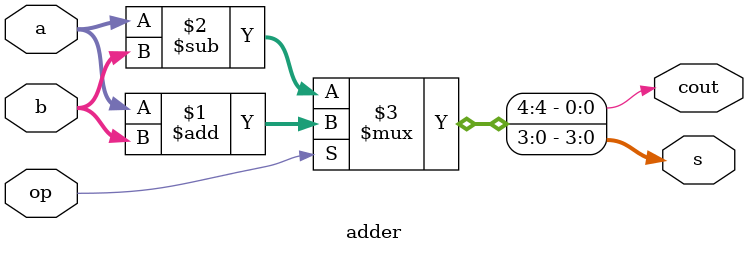
<source format=v>
module adder(a,b,op,s,cout);
    parameter N=4;//¶þ½øÖÆÎ»Êý
    input wire [N-1:0]a;//¼ÓÊý
    input wire [N-1:0]b;//±»¼ÓÊý
    input wire op;//²Ù×÷¿ØÖÆ
    output wire [N-1:0]s;//ºÍ
    output wire cout;//½øÎ»Êä³ö
    assign {cout,s}=op?(a+b):(a-b); 
endmodule

</source>
